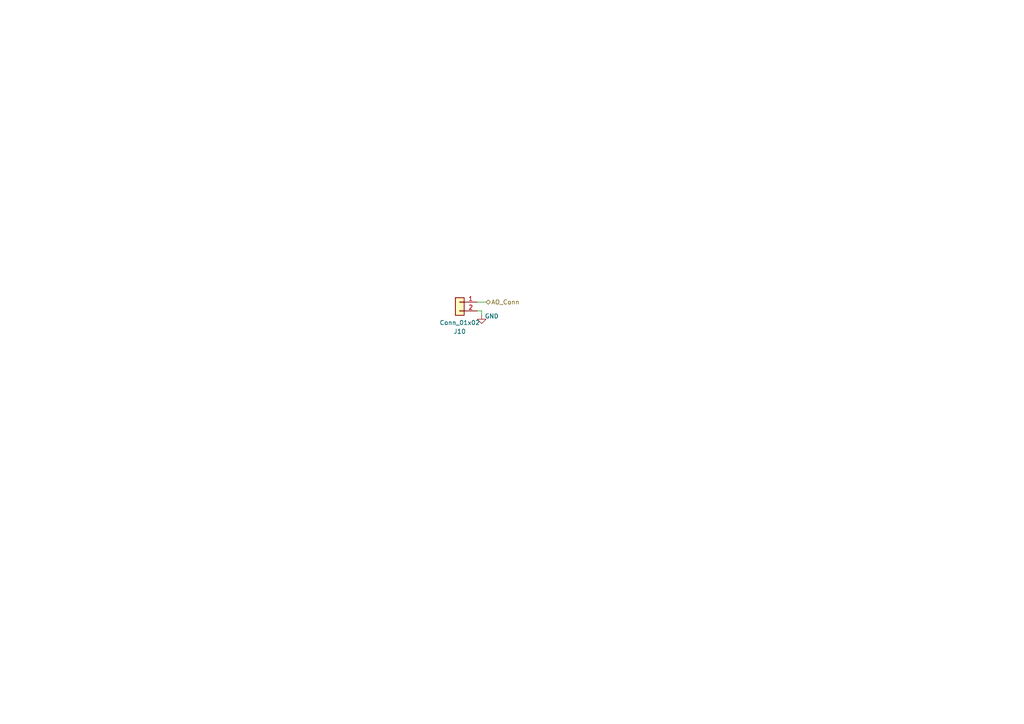
<source format=kicad_sch>
(kicad_sch (version 20230121) (generator eeschema)
  (paper "A4")
  (lib_symbols
    (symbol "4ms_Connector:Conn_01x02" (pin_names (offset 1.016) hide)
      (property "Reference" "J" (at 0 2.54 0))
      (property "Value" "Conn_01x02" (at 0 -5.08 0))
      (symbol "Conn_01x02_1_1"
        (rectangle (start -1.27 -2.413) (end 0 -2.667) (stroke (width 0.1524)))
        (rectangle (start -1.27 0.127) (end 0 -0.127) (stroke (width 0.1524)))
        (rectangle (start -1.27 1.27) (end 1.27 -3.81) (stroke (width 0.254)) (fill (type background)))
        (pin passive line (at -5.08 0 0) (length 3.81) (name "Pin_1") (number "1"))
        (pin passive line (at -5.08 -2.54 0) (length 3.81) (name "Pin_2") (number "2"))
      )
    )
    (symbol "power:GND" (power) (pin_names (offset 0))
      (property "Value" "GND" (at 0 -3.81 0))
      (symbol "GND_0_1"
        (polyline (pts (xy 0 0) (xy 0 -1.27) (xy 1.27 -1.27) (xy 0 -2.54) (xy -1.27 -1.27) (xy 0 -1.27)))
      )
      (symbol "GND_1_1"
        (pin power_in line (at 0 0 270) (length 0) hide (name "GND") (number "1"))
      )
    )
  )
  (wire (pts (xy 139.7 90.17) (xy 139.7 91.313)))
  (wire (pts (xy 138.43 90.17) (xy 139.7 90.17)))
  (wire (pts (xy 138.43 87.63) (xy 140.97 87.63)))
  (hierarchical_label "AO_Conn" (shape bidirectional) (at 140.97 87.63 0))
  (symbol (lib_id "4ms_Connector:Conn_01x02") (at 133.35 87.63 0) (mirror y) (unit 1)
    (property "Reference" "J10" (at 133.35 96.139 0))
    (property "Value" "Conn_01x02" (at 133.35 93.599 0))
    (property "Footprint" "Connector_PinHeader_2.54mm:PinHeader_1x02_P2.54mm_Vertical" (effects hide))
    (property "Specifications" "Pins_01x02, Header, Male Pins, 1*2, spacing 2.54mm, straight pin" (effects hide))
    (property "Manufacturer" "TAD" (effects hide))
    (property "Part Number" "1-0201FBV0T" (effects hide))
    (instances (project "DaisySeedBreakout" (path "" (reference "J10") (unit 1)) (path "" (reference "J11") (unit 1)) (path "" (reference "J8") (unit 1)) (path "" (reference "J9") (unit 1)) (path "" (reference "J10") (unit 1)) (path "" (reference "J13") (unit 1)) (path "" (reference "J14") (unit 1)) (path "" (reference "J20") (unit 1)) (path "" (reference "J12") (unit 1)) (path "" (reference "J21") (unit 1)) (path "" (reference "J22") (unit 1)) (path "" (reference "J66") (unit 1)) (path "" (reference "J67") (unit 1)) (path "" (reference "J68") (unit 1)) (path "" (reference "J69") (unit 1)) (path "" (reference "J70") (unit 1))))
  )
  (symbol (lib_id "power:GND") (at 139.7 91.313 0) (mirror y) (unit 1)
    (property "Reference" "#PWR043" (effects hide))
    (property "Value" "GND" (at 142.621 91.694 0))
    (instances (project "DaisySeedBreakout" (path "" (reference "#PWR043") (unit 1)) (path "" (reference "#PWR044") (unit 1)) (path "" (reference "#PWR040") (unit 1)) (path "" (reference "#PWR042") (unit 1)) (path "" (reference "#PWR043") (unit 1)) (path "" (reference "#PWR046") (unit 1)) (path "" (reference "#PWR047") (unit 1)) (path "" (reference "#PWR048") (unit 1)) (path "" (reference "#PWR045") (unit 1)) (path "" (reference "#PWR049") (unit 1)) (path "" (reference "#PWR050") (unit 1)) (path "" (reference "#PWR051") (unit 1)) (path "" (reference "#PWR057") (unit 1)) (path "" (reference "#PWR058") (unit 1)) (path "" (reference "#PWR065") (unit 1)) (path "" (reference "#PWR066") (unit 1))))
  )
)
</source>
